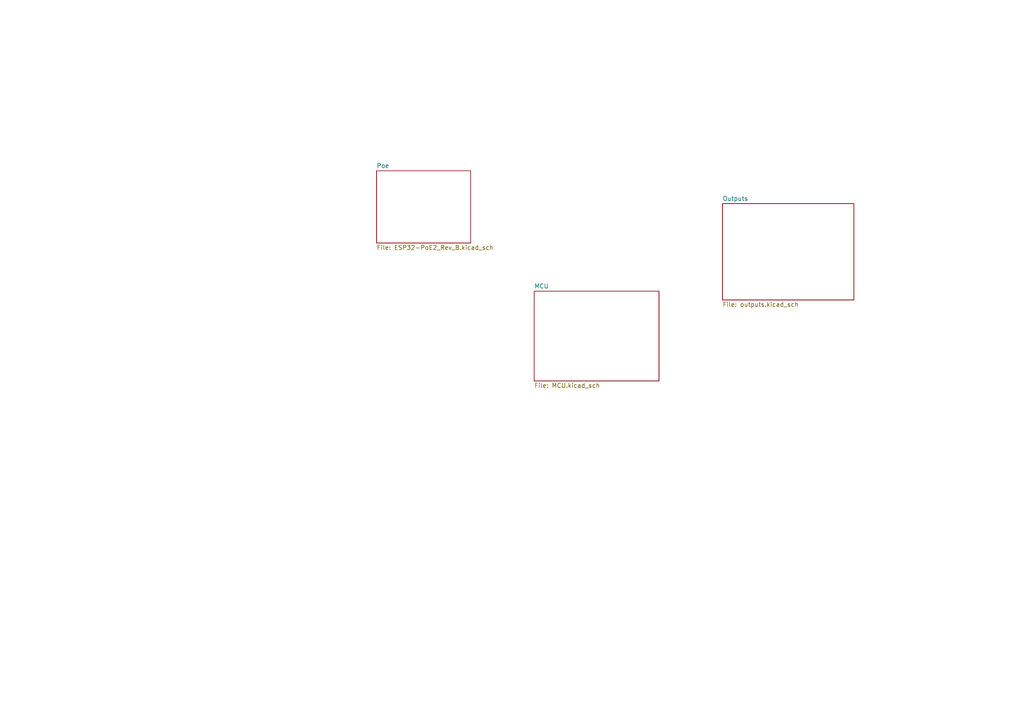
<source format=kicad_sch>
(kicad_sch
	(version 20250114)
	(generator "eeschema")
	(generator_version "9.0")
	(uuid "e0fc1b62-e519-47f0-a0fc-4ac6dbab9b04")
	(paper "A4")
	(lib_symbols)
	(sheet
		(at 209.55 59.055)
		(size 38.1 27.94)
		(exclude_from_sim no)
		(in_bom yes)
		(on_board yes)
		(dnp no)
		(fields_autoplaced yes)
		(stroke
			(width 0.1524)
			(type solid)
		)
		(fill
			(color 0 0 0 0.0000)
		)
		(uuid "1b2c7ea2-5804-4535-a642-e14e277ed8ab")
		(property "Sheetname" "Outputs"
			(at 209.55 58.3434 0)
			(effects
				(font
					(size 1.27 1.27)
				)
				(justify left bottom)
			)
		)
		(property "Sheetfile" "outputs.kicad_sch"
			(at 209.55 87.5796 0)
			(effects
				(font
					(size 1.27 1.27)
				)
				(justify left top)
			)
		)
		(instances
			(project "LoiterGuardPcb"
				(path "/e0fc1b62-e519-47f0-a0fc-4ac6dbab9b04"
					(page "5")
				)
			)
		)
	)
	(sheet
		(at 154.94 84.455)
		(size 36.195 26.035)
		(exclude_from_sim no)
		(in_bom yes)
		(on_board yes)
		(dnp no)
		(fields_autoplaced yes)
		(stroke
			(width 0.1524)
			(type solid)
		)
		(fill
			(color 0 0 0 0.0000)
		)
		(uuid "8c228496-3bff-421c-a499-0957c9434e50")
		(property "Sheetname" "MCU"
			(at 154.94 83.7434 0)
			(effects
				(font
					(size 1.27 1.27)
				)
				(justify left bottom)
			)
		)
		(property "Sheetfile" "MCU.kicad_sch"
			(at 154.94 111.0746 0)
			(effects
				(font
					(size 1.27 1.27)
				)
				(justify left top)
			)
		)
		(instances
			(project "LoiterGuardPcb"
				(path "/e0fc1b62-e519-47f0-a0fc-4ac6dbab9b04"
					(page "3")
				)
			)
		)
	)
	(sheet
		(at 109.22 49.53)
		(size 27.305 20.955)
		(exclude_from_sim no)
		(in_bom yes)
		(on_board yes)
		(dnp no)
		(fields_autoplaced yes)
		(stroke
			(width 0.1524)
			(type solid)
		)
		(fill
			(color 0 0 0 0.0000)
		)
		(uuid "c2f59c2d-218e-461f-9eb8-2889c7b84a9c")
		(property "Sheetname" "Poe"
			(at 109.22 48.8184 0)
			(effects
				(font
					(size 1.27 1.27)
				)
				(justify left bottom)
			)
		)
		(property "Sheetfile" "ESP32-PoE2_Rev_B.kicad_sch"
			(at 109.22 71.0696 0)
			(effects
				(font
					(size 1.27 1.27)
				)
				(justify left top)
			)
		)
		(instances
			(project "LoiterGuardPcb"
				(path "/e0fc1b62-e519-47f0-a0fc-4ac6dbab9b04"
					(page "2")
				)
			)
		)
	)
	(sheet_instances
		(path "/"
			(page "1")
		)
	)
	(embedded_fonts no)
)

</source>
